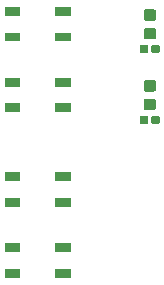
<source format=gbr>
G04 #@! TF.GenerationSoftware,KiCad,Pcbnew,(5.1.4)-1*
G04 #@! TF.CreationDate,2022-10-21T16:14:19+02:00*
G04 #@! TF.ProjectId,REG1-Front-Universal,52454731-2d46-4726-9f6e-742d556e6976,V00.01*
G04 #@! TF.SameCoordinates,Original*
G04 #@! TF.FileFunction,Soldermask,Top*
G04 #@! TF.FilePolarity,Negative*
%FSLAX46Y46*%
G04 Gerber Fmt 4.6, Leading zero omitted, Abs format (unit mm)*
G04 Created by KiCad (PCBNEW (5.1.4)-1) date 2022-10-21 16:14:19*
%MOMM*%
%LPD*%
G04 APERTURE LIST*
%ADD10C,0.100000*%
G04 APERTURE END LIST*
D10*
G36*
X104801000Y-140451000D02*
G01*
X103499000Y-140451000D01*
X103499000Y-139699000D01*
X104801000Y-139699000D01*
X104801000Y-140451000D01*
X104801000Y-140451000D01*
G37*
G36*
X100501000Y-140451000D02*
G01*
X99199000Y-140451000D01*
X99199000Y-139699000D01*
X100501000Y-139699000D01*
X100501000Y-140451000D01*
X100501000Y-140451000D01*
G37*
G36*
X104801000Y-138301000D02*
G01*
X103499000Y-138301000D01*
X103499000Y-137549000D01*
X104801000Y-137549000D01*
X104801000Y-138301000D01*
X104801000Y-138301000D01*
G37*
G36*
X100501000Y-138301000D02*
G01*
X99199000Y-138301000D01*
X99199000Y-137549000D01*
X100501000Y-137549000D01*
X100501000Y-138301000D01*
X100501000Y-138301000D01*
G37*
G36*
X100501000Y-134451000D02*
G01*
X99199000Y-134451000D01*
X99199000Y-133699000D01*
X100501000Y-133699000D01*
X100501000Y-134451000D01*
X100501000Y-134451000D01*
G37*
G36*
X104801000Y-134451000D02*
G01*
X103499000Y-134451000D01*
X103499000Y-133699000D01*
X104801000Y-133699000D01*
X104801000Y-134451000D01*
X104801000Y-134451000D01*
G37*
G36*
X104801000Y-132301000D02*
G01*
X103499000Y-132301000D01*
X103499000Y-131549000D01*
X104801000Y-131549000D01*
X104801000Y-132301000D01*
X104801000Y-132301000D01*
G37*
G36*
X100501000Y-132301000D02*
G01*
X99199000Y-132301000D01*
X99199000Y-131549000D01*
X100501000Y-131549000D01*
X100501000Y-132301000D01*
X100501000Y-132301000D01*
G37*
G36*
X112211824Y-126732080D02*
G01*
X112239545Y-126740490D01*
X112265089Y-126754144D01*
X112287480Y-126772520D01*
X112305856Y-126794911D01*
X112319510Y-126820455D01*
X112327920Y-126848176D01*
X112331000Y-126879453D01*
X112331000Y-127320547D01*
X112327920Y-127351824D01*
X112319510Y-127379545D01*
X112305856Y-127405089D01*
X112287480Y-127427480D01*
X112265089Y-127445856D01*
X112239545Y-127459510D01*
X112211824Y-127467920D01*
X112180547Y-127471000D01*
X111789453Y-127471000D01*
X111758176Y-127467920D01*
X111730455Y-127459510D01*
X111704911Y-127445856D01*
X111682520Y-127427480D01*
X111664144Y-127405089D01*
X111650490Y-127379545D01*
X111642080Y-127351824D01*
X111639000Y-127320547D01*
X111639000Y-126879453D01*
X111642080Y-126848176D01*
X111650490Y-126820455D01*
X111664144Y-126794911D01*
X111682520Y-126772520D01*
X111704911Y-126754144D01*
X111730455Y-126740490D01*
X111758176Y-126732080D01*
X111789453Y-126729000D01*
X112180547Y-126729000D01*
X112211824Y-126732080D01*
X112211824Y-126732080D01*
G37*
G36*
X111241824Y-126732080D02*
G01*
X111269545Y-126740490D01*
X111295089Y-126754144D01*
X111317480Y-126772520D01*
X111335856Y-126794911D01*
X111349510Y-126820455D01*
X111357920Y-126848176D01*
X111361000Y-126879453D01*
X111361000Y-127320547D01*
X111357920Y-127351824D01*
X111349510Y-127379545D01*
X111335856Y-127405089D01*
X111317480Y-127427480D01*
X111295089Y-127445856D01*
X111269545Y-127459510D01*
X111241824Y-127467920D01*
X111210547Y-127471000D01*
X110819453Y-127471000D01*
X110788176Y-127467920D01*
X110760455Y-127459510D01*
X110734911Y-127445856D01*
X110712520Y-127427480D01*
X110694144Y-127405089D01*
X110680490Y-127379545D01*
X110672080Y-127351824D01*
X110669000Y-127320547D01*
X110669000Y-126879453D01*
X110672080Y-126848176D01*
X110680490Y-126820455D01*
X110694144Y-126794911D01*
X110712520Y-126772520D01*
X110734911Y-126754144D01*
X110760455Y-126740490D01*
X110788176Y-126732080D01*
X110819453Y-126729000D01*
X111210547Y-126729000D01*
X111241824Y-126732080D01*
X111241824Y-126732080D01*
G37*
G36*
X100501000Y-126451000D02*
G01*
X99199000Y-126451000D01*
X99199000Y-125699000D01*
X100501000Y-125699000D01*
X100501000Y-126451000D01*
X100501000Y-126451000D01*
G37*
G36*
X104801000Y-126451000D02*
G01*
X103499000Y-126451000D01*
X103499000Y-125699000D01*
X104801000Y-125699000D01*
X104801000Y-126451000D01*
X104801000Y-126451000D01*
G37*
G36*
X111849477Y-125303450D02*
G01*
X111890559Y-125315912D01*
X111928424Y-125336152D01*
X111961612Y-125363388D01*
X111988848Y-125396576D01*
X112009088Y-125434441D01*
X112021550Y-125475523D01*
X112026000Y-125520704D01*
X112026000Y-126054296D01*
X112021550Y-126099477D01*
X112009088Y-126140559D01*
X111988848Y-126178424D01*
X111961612Y-126211612D01*
X111928424Y-126238848D01*
X111890559Y-126259088D01*
X111849477Y-126271550D01*
X111804296Y-126276000D01*
X111195704Y-126276000D01*
X111150523Y-126271550D01*
X111109441Y-126259088D01*
X111071576Y-126238848D01*
X111038388Y-126211612D01*
X111011152Y-126178424D01*
X110990912Y-126140559D01*
X110978450Y-126099477D01*
X110974000Y-126054296D01*
X110974000Y-125520704D01*
X110978450Y-125475523D01*
X110990912Y-125434441D01*
X111011152Y-125396576D01*
X111038388Y-125363388D01*
X111071576Y-125336152D01*
X111109441Y-125315912D01*
X111150523Y-125303450D01*
X111195704Y-125299000D01*
X111804296Y-125299000D01*
X111849477Y-125303450D01*
X111849477Y-125303450D01*
G37*
G36*
X111849477Y-123728450D02*
G01*
X111890559Y-123740912D01*
X111928424Y-123761152D01*
X111961612Y-123788388D01*
X111988848Y-123821576D01*
X112009088Y-123859441D01*
X112021550Y-123900523D01*
X112026000Y-123945704D01*
X112026000Y-124479296D01*
X112021550Y-124524477D01*
X112009088Y-124565559D01*
X111988848Y-124603424D01*
X111961612Y-124636612D01*
X111928424Y-124663848D01*
X111890559Y-124684088D01*
X111849477Y-124696550D01*
X111804296Y-124701000D01*
X111195704Y-124701000D01*
X111150523Y-124696550D01*
X111109441Y-124684088D01*
X111071576Y-124663848D01*
X111038388Y-124636612D01*
X111011152Y-124603424D01*
X110990912Y-124565559D01*
X110978450Y-124524477D01*
X110974000Y-124479296D01*
X110974000Y-123945704D01*
X110978450Y-123900523D01*
X110990912Y-123859441D01*
X111011152Y-123821576D01*
X111038388Y-123788388D01*
X111071576Y-123761152D01*
X111109441Y-123740912D01*
X111150523Y-123728450D01*
X111195704Y-123724000D01*
X111804296Y-123724000D01*
X111849477Y-123728450D01*
X111849477Y-123728450D01*
G37*
G36*
X100501000Y-124301000D02*
G01*
X99199000Y-124301000D01*
X99199000Y-123549000D01*
X100501000Y-123549000D01*
X100501000Y-124301000D01*
X100501000Y-124301000D01*
G37*
G36*
X104801000Y-124301000D02*
G01*
X103499000Y-124301000D01*
X103499000Y-123549000D01*
X104801000Y-123549000D01*
X104801000Y-124301000D01*
X104801000Y-124301000D01*
G37*
G36*
X111241824Y-120732080D02*
G01*
X111269545Y-120740490D01*
X111295089Y-120754144D01*
X111317480Y-120772520D01*
X111335856Y-120794911D01*
X111349510Y-120820455D01*
X111357920Y-120848176D01*
X111361000Y-120879453D01*
X111361000Y-121320547D01*
X111357920Y-121351824D01*
X111349510Y-121379545D01*
X111335856Y-121405089D01*
X111317480Y-121427480D01*
X111295089Y-121445856D01*
X111269545Y-121459510D01*
X111241824Y-121467920D01*
X111210547Y-121471000D01*
X110819453Y-121471000D01*
X110788176Y-121467920D01*
X110760455Y-121459510D01*
X110734911Y-121445856D01*
X110712520Y-121427480D01*
X110694144Y-121405089D01*
X110680490Y-121379545D01*
X110672080Y-121351824D01*
X110669000Y-121320547D01*
X110669000Y-120879453D01*
X110672080Y-120848176D01*
X110680490Y-120820455D01*
X110694144Y-120794911D01*
X110712520Y-120772520D01*
X110734911Y-120754144D01*
X110760455Y-120740490D01*
X110788176Y-120732080D01*
X110819453Y-120729000D01*
X111210547Y-120729000D01*
X111241824Y-120732080D01*
X111241824Y-120732080D01*
G37*
G36*
X112211824Y-120732080D02*
G01*
X112239545Y-120740490D01*
X112265089Y-120754144D01*
X112287480Y-120772520D01*
X112305856Y-120794911D01*
X112319510Y-120820455D01*
X112327920Y-120848176D01*
X112331000Y-120879453D01*
X112331000Y-121320547D01*
X112327920Y-121351824D01*
X112319510Y-121379545D01*
X112305856Y-121405089D01*
X112287480Y-121427480D01*
X112265089Y-121445856D01*
X112239545Y-121459510D01*
X112211824Y-121467920D01*
X112180547Y-121471000D01*
X111789453Y-121471000D01*
X111758176Y-121467920D01*
X111730455Y-121459510D01*
X111704911Y-121445856D01*
X111682520Y-121427480D01*
X111664144Y-121405089D01*
X111650490Y-121379545D01*
X111642080Y-121351824D01*
X111639000Y-121320547D01*
X111639000Y-120879453D01*
X111642080Y-120848176D01*
X111650490Y-120820455D01*
X111664144Y-120794911D01*
X111682520Y-120772520D01*
X111704911Y-120754144D01*
X111730455Y-120740490D01*
X111758176Y-120732080D01*
X111789453Y-120729000D01*
X112180547Y-120729000D01*
X112211824Y-120732080D01*
X112211824Y-120732080D01*
G37*
G36*
X100501000Y-120451000D02*
G01*
X99199000Y-120451000D01*
X99199000Y-119699000D01*
X100501000Y-119699000D01*
X100501000Y-120451000D01*
X100501000Y-120451000D01*
G37*
G36*
X104801000Y-120451000D02*
G01*
X103499000Y-120451000D01*
X103499000Y-119699000D01*
X104801000Y-119699000D01*
X104801000Y-120451000D01*
X104801000Y-120451000D01*
G37*
G36*
X111849477Y-119303450D02*
G01*
X111890559Y-119315912D01*
X111928424Y-119336152D01*
X111961612Y-119363388D01*
X111988848Y-119396576D01*
X112009088Y-119434441D01*
X112021550Y-119475523D01*
X112026000Y-119520704D01*
X112026000Y-120054296D01*
X112021550Y-120099477D01*
X112009088Y-120140559D01*
X111988848Y-120178424D01*
X111961612Y-120211612D01*
X111928424Y-120238848D01*
X111890559Y-120259088D01*
X111849477Y-120271550D01*
X111804296Y-120276000D01*
X111195704Y-120276000D01*
X111150523Y-120271550D01*
X111109441Y-120259088D01*
X111071576Y-120238848D01*
X111038388Y-120211612D01*
X111011152Y-120178424D01*
X110990912Y-120140559D01*
X110978450Y-120099477D01*
X110974000Y-120054296D01*
X110974000Y-119520704D01*
X110978450Y-119475523D01*
X110990912Y-119434441D01*
X111011152Y-119396576D01*
X111038388Y-119363388D01*
X111071576Y-119336152D01*
X111109441Y-119315912D01*
X111150523Y-119303450D01*
X111195704Y-119299000D01*
X111804296Y-119299000D01*
X111849477Y-119303450D01*
X111849477Y-119303450D01*
G37*
G36*
X111849477Y-117728450D02*
G01*
X111890559Y-117740912D01*
X111928424Y-117761152D01*
X111961612Y-117788388D01*
X111988848Y-117821576D01*
X112009088Y-117859441D01*
X112021550Y-117900523D01*
X112026000Y-117945704D01*
X112026000Y-118479296D01*
X112021550Y-118524477D01*
X112009088Y-118565559D01*
X111988848Y-118603424D01*
X111961612Y-118636612D01*
X111928424Y-118663848D01*
X111890559Y-118684088D01*
X111849477Y-118696550D01*
X111804296Y-118701000D01*
X111195704Y-118701000D01*
X111150523Y-118696550D01*
X111109441Y-118684088D01*
X111071576Y-118663848D01*
X111038388Y-118636612D01*
X111011152Y-118603424D01*
X110990912Y-118565559D01*
X110978450Y-118524477D01*
X110974000Y-118479296D01*
X110974000Y-117945704D01*
X110978450Y-117900523D01*
X110990912Y-117859441D01*
X111011152Y-117821576D01*
X111038388Y-117788388D01*
X111071576Y-117761152D01*
X111109441Y-117740912D01*
X111150523Y-117728450D01*
X111195704Y-117724000D01*
X111804296Y-117724000D01*
X111849477Y-117728450D01*
X111849477Y-117728450D01*
G37*
G36*
X100501000Y-118301000D02*
G01*
X99199000Y-118301000D01*
X99199000Y-117549000D01*
X100501000Y-117549000D01*
X100501000Y-118301000D01*
X100501000Y-118301000D01*
G37*
G36*
X104801000Y-118301000D02*
G01*
X103499000Y-118301000D01*
X103499000Y-117549000D01*
X104801000Y-117549000D01*
X104801000Y-118301000D01*
X104801000Y-118301000D01*
G37*
M02*

</source>
